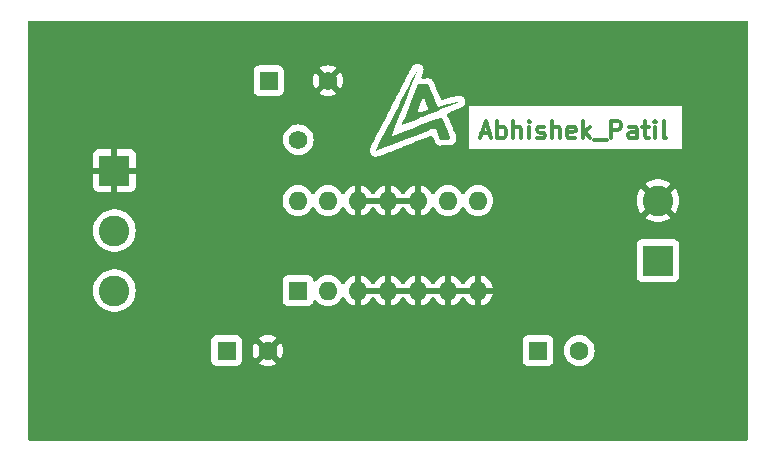
<source format=gbr>
%TF.GenerationSoftware,KiCad,Pcbnew,7.0.2*%
%TF.CreationDate,2023-06-07T14:44:28+05:30*%
%TF.ProjectId,Expt. No.9,45787074-2e20-44e6-9f2e-392e6b696361,rev?*%
%TF.SameCoordinates,Original*%
%TF.FileFunction,Copper,L1,Top*%
%TF.FilePolarity,Positive*%
%FSLAX46Y46*%
G04 Gerber Fmt 4.6, Leading zero omitted, Abs format (unit mm)*
G04 Created by KiCad (PCBNEW 7.0.2) date 2023-06-07 14:44:28*
%MOMM*%
%LPD*%
G01*
G04 APERTURE LIST*
%ADD10C,0.300000*%
%TA.AperFunction,NonConductor*%
%ADD11C,0.300000*%
%TD*%
%TA.AperFunction,ComponentPad*%
%ADD12R,1.600000X1.600000*%
%TD*%
%TA.AperFunction,ComponentPad*%
%ADD13C,1.600000*%
%TD*%
%TA.AperFunction,ComponentPad*%
%ADD14R,2.600000X2.600000*%
%TD*%
%TA.AperFunction,ComponentPad*%
%ADD15C,2.600000*%
%TD*%
%TA.AperFunction,ComponentPad*%
%ADD16R,1.560000X1.560000*%
%TD*%
%TA.AperFunction,ComponentPad*%
%ADD17C,1.560000*%
%TD*%
%TA.AperFunction,ComponentPad*%
%ADD18O,1.600000X1.600000*%
%TD*%
G04 APERTURE END LIST*
D10*
D11*
X139985714Y-75587857D02*
X140700000Y-75587857D01*
X139842857Y-76016428D02*
X140342857Y-74516428D01*
X140342857Y-74516428D02*
X140842857Y-76016428D01*
X141342856Y-76016428D02*
X141342856Y-74516428D01*
X141342856Y-75087857D02*
X141485714Y-75016428D01*
X141485714Y-75016428D02*
X141771428Y-75016428D01*
X141771428Y-75016428D02*
X141914285Y-75087857D01*
X141914285Y-75087857D02*
X141985714Y-75159285D01*
X141985714Y-75159285D02*
X142057142Y-75302142D01*
X142057142Y-75302142D02*
X142057142Y-75730714D01*
X142057142Y-75730714D02*
X141985714Y-75873571D01*
X141985714Y-75873571D02*
X141914285Y-75945000D01*
X141914285Y-75945000D02*
X141771428Y-76016428D01*
X141771428Y-76016428D02*
X141485714Y-76016428D01*
X141485714Y-76016428D02*
X141342856Y-75945000D01*
X142699999Y-76016428D02*
X142699999Y-74516428D01*
X143342857Y-76016428D02*
X143342857Y-75230714D01*
X143342857Y-75230714D02*
X143271428Y-75087857D01*
X143271428Y-75087857D02*
X143128571Y-75016428D01*
X143128571Y-75016428D02*
X142914285Y-75016428D01*
X142914285Y-75016428D02*
X142771428Y-75087857D01*
X142771428Y-75087857D02*
X142699999Y-75159285D01*
X144057142Y-76016428D02*
X144057142Y-75016428D01*
X144057142Y-74516428D02*
X143985714Y-74587857D01*
X143985714Y-74587857D02*
X144057142Y-74659285D01*
X144057142Y-74659285D02*
X144128571Y-74587857D01*
X144128571Y-74587857D02*
X144057142Y-74516428D01*
X144057142Y-74516428D02*
X144057142Y-74659285D01*
X144700000Y-75945000D02*
X144842857Y-76016428D01*
X144842857Y-76016428D02*
X145128571Y-76016428D01*
X145128571Y-76016428D02*
X145271428Y-75945000D01*
X145271428Y-75945000D02*
X145342857Y-75802142D01*
X145342857Y-75802142D02*
X145342857Y-75730714D01*
X145342857Y-75730714D02*
X145271428Y-75587857D01*
X145271428Y-75587857D02*
X145128571Y-75516428D01*
X145128571Y-75516428D02*
X144914286Y-75516428D01*
X144914286Y-75516428D02*
X144771428Y-75445000D01*
X144771428Y-75445000D02*
X144700000Y-75302142D01*
X144700000Y-75302142D02*
X144700000Y-75230714D01*
X144700000Y-75230714D02*
X144771428Y-75087857D01*
X144771428Y-75087857D02*
X144914286Y-75016428D01*
X144914286Y-75016428D02*
X145128571Y-75016428D01*
X145128571Y-75016428D02*
X145271428Y-75087857D01*
X145985714Y-76016428D02*
X145985714Y-74516428D01*
X146628572Y-76016428D02*
X146628572Y-75230714D01*
X146628572Y-75230714D02*
X146557143Y-75087857D01*
X146557143Y-75087857D02*
X146414286Y-75016428D01*
X146414286Y-75016428D02*
X146200000Y-75016428D01*
X146200000Y-75016428D02*
X146057143Y-75087857D01*
X146057143Y-75087857D02*
X145985714Y-75159285D01*
X147914286Y-75945000D02*
X147771429Y-76016428D01*
X147771429Y-76016428D02*
X147485715Y-76016428D01*
X147485715Y-76016428D02*
X147342857Y-75945000D01*
X147342857Y-75945000D02*
X147271429Y-75802142D01*
X147271429Y-75802142D02*
X147271429Y-75230714D01*
X147271429Y-75230714D02*
X147342857Y-75087857D01*
X147342857Y-75087857D02*
X147485715Y-75016428D01*
X147485715Y-75016428D02*
X147771429Y-75016428D01*
X147771429Y-75016428D02*
X147914286Y-75087857D01*
X147914286Y-75087857D02*
X147985715Y-75230714D01*
X147985715Y-75230714D02*
X147985715Y-75373571D01*
X147985715Y-75373571D02*
X147271429Y-75516428D01*
X148628571Y-76016428D02*
X148628571Y-74516428D01*
X148771429Y-75445000D02*
X149200000Y-76016428D01*
X149200000Y-75016428D02*
X148628571Y-75587857D01*
X149485715Y-76159285D02*
X150628572Y-76159285D01*
X150985714Y-76016428D02*
X150985714Y-74516428D01*
X150985714Y-74516428D02*
X151557143Y-74516428D01*
X151557143Y-74516428D02*
X151700000Y-74587857D01*
X151700000Y-74587857D02*
X151771429Y-74659285D01*
X151771429Y-74659285D02*
X151842857Y-74802142D01*
X151842857Y-74802142D02*
X151842857Y-75016428D01*
X151842857Y-75016428D02*
X151771429Y-75159285D01*
X151771429Y-75159285D02*
X151700000Y-75230714D01*
X151700000Y-75230714D02*
X151557143Y-75302142D01*
X151557143Y-75302142D02*
X150985714Y-75302142D01*
X153128572Y-76016428D02*
X153128572Y-75230714D01*
X153128572Y-75230714D02*
X153057143Y-75087857D01*
X153057143Y-75087857D02*
X152914286Y-75016428D01*
X152914286Y-75016428D02*
X152628572Y-75016428D01*
X152628572Y-75016428D02*
X152485714Y-75087857D01*
X153128572Y-75945000D02*
X152985714Y-76016428D01*
X152985714Y-76016428D02*
X152628572Y-76016428D01*
X152628572Y-76016428D02*
X152485714Y-75945000D01*
X152485714Y-75945000D02*
X152414286Y-75802142D01*
X152414286Y-75802142D02*
X152414286Y-75659285D01*
X152414286Y-75659285D02*
X152485714Y-75516428D01*
X152485714Y-75516428D02*
X152628572Y-75445000D01*
X152628572Y-75445000D02*
X152985714Y-75445000D01*
X152985714Y-75445000D02*
X153128572Y-75373571D01*
X153628572Y-75016428D02*
X154200000Y-75016428D01*
X153842857Y-74516428D02*
X153842857Y-75802142D01*
X153842857Y-75802142D02*
X153914286Y-75945000D01*
X153914286Y-75945000D02*
X154057143Y-76016428D01*
X154057143Y-76016428D02*
X154200000Y-76016428D01*
X154700000Y-76016428D02*
X154700000Y-75016428D01*
X154700000Y-74516428D02*
X154628572Y-74587857D01*
X154628572Y-74587857D02*
X154700000Y-74659285D01*
X154700000Y-74659285D02*
X154771429Y-74587857D01*
X154771429Y-74587857D02*
X154700000Y-74516428D01*
X154700000Y-74516428D02*
X154700000Y-74659285D01*
X155628572Y-76016428D02*
X155485715Y-75945000D01*
X155485715Y-75945000D02*
X155414286Y-75802142D01*
X155414286Y-75802142D02*
X155414286Y-74516428D01*
%TA.AperFunction,EtchedComponent*%
%TO.C,G\u002A\u002A\u002A*%
G36*
X135898155Y-72374174D02*
G01*
X136050551Y-72724259D01*
X136179538Y-73018542D01*
X136272820Y-73229112D01*
X136318096Y-73328059D01*
X136320071Y-73331678D01*
X136395389Y-73323603D01*
X136587240Y-73281286D01*
X136867007Y-73211544D01*
X137206074Y-73121195D01*
X137222623Y-73116656D01*
X137564266Y-73025182D01*
X137848418Y-72953532D01*
X138046270Y-72908656D01*
X138129013Y-72897502D01*
X138129553Y-72897889D01*
X138073085Y-72933432D01*
X137902498Y-73012100D01*
X137644616Y-73122058D01*
X137344314Y-73244280D01*
X137028423Y-73371187D01*
X136607070Y-73541742D01*
X136114749Y-73741913D01*
X135585955Y-73957666D01*
X135055182Y-74174970D01*
X134901805Y-74237921D01*
X134440692Y-74425216D01*
X134029949Y-74588071D01*
X133688911Y-74719146D01*
X133436915Y-74811104D01*
X133293299Y-74856606D01*
X133267165Y-74858265D01*
X133295893Y-74774231D01*
X133376568Y-74566231D01*
X133500773Y-74255233D01*
X133660093Y-73862201D01*
X133692089Y-73784094D01*
X134599224Y-73784094D01*
X134679924Y-73806990D01*
X134864508Y-73768282D01*
X135121075Y-73692298D01*
X135358875Y-73602865D01*
X135484446Y-73518570D01*
X135496231Y-73474697D01*
X135334286Y-73071313D01*
X135218611Y-72796766D01*
X135140772Y-72632489D01*
X135092333Y-72559921D01*
X135077078Y-72552211D01*
X135023696Y-72619108D01*
X134945014Y-72788337D01*
X134906568Y-72888504D01*
X134798049Y-73179399D01*
X134684626Y-73470261D01*
X134663906Y-73521526D01*
X134601015Y-73691603D01*
X134599224Y-73784094D01*
X133692089Y-73784094D01*
X133846112Y-73408104D01*
X133962284Y-73126548D01*
X134657574Y-71445745D01*
X135076118Y-71445084D01*
X135494662Y-71444423D01*
X135898155Y-72374174D01*
G37*
%TD.AperFunction*%
%TA.AperFunction,EtchedComponent*%
G36*
X134595451Y-70201605D02*
G01*
X134578839Y-70257444D01*
X134540253Y-70364918D01*
X134474860Y-70536621D01*
X134377823Y-70785150D01*
X134244307Y-71123100D01*
X134069477Y-71563066D01*
X133848497Y-72117644D01*
X133576533Y-72799428D01*
X133424538Y-73180384D01*
X133183610Y-73786236D01*
X132963139Y-74344480D01*
X132769476Y-74838741D01*
X132608969Y-75252644D01*
X132487971Y-75569812D01*
X132412831Y-75773872D01*
X132389870Y-75848420D01*
X132462586Y-75826936D01*
X132658021Y-75755425D01*
X132958623Y-75640681D01*
X133346839Y-75489499D01*
X133805115Y-75308676D01*
X134315898Y-75105006D01*
X134472950Y-75041992D01*
X134998369Y-74832533D01*
X135478933Y-74644114D01*
X135896586Y-74483564D01*
X136233274Y-74357708D01*
X136470943Y-74273376D01*
X136591536Y-74237396D01*
X136601855Y-74236913D01*
X136652700Y-74312417D01*
X136747242Y-74499259D01*
X136870345Y-74763150D01*
X137006873Y-75069801D01*
X137141689Y-75384923D01*
X137259656Y-75674229D01*
X137345638Y-75903430D01*
X137368775Y-75974197D01*
X137374453Y-76051761D01*
X137311686Y-76093750D01*
X137150136Y-76110576D01*
X136964473Y-76112959D01*
X136518344Y-76112959D01*
X136322799Y-75638193D01*
X136212207Y-75395617D01*
X136113796Y-75224497D01*
X136051674Y-75163426D01*
X135948206Y-75189817D01*
X135746729Y-75259292D01*
X135489208Y-75357302D01*
X135467130Y-75366064D01*
X135059833Y-75527298D01*
X134595444Y-75709586D01*
X134093438Y-75905437D01*
X133573290Y-76107361D01*
X133054475Y-76307870D01*
X132556469Y-76499472D01*
X132098748Y-76674678D01*
X131700786Y-76825997D01*
X131382059Y-76945940D01*
X131162043Y-77027017D01*
X131060212Y-77061738D01*
X131056106Y-77062492D01*
X131054432Y-77003686D01*
X131118754Y-76857329D01*
X131147253Y-76805327D01*
X131212896Y-76683189D01*
X131341735Y-76437181D01*
X131525768Y-76082803D01*
X131756989Y-75635553D01*
X132027397Y-75110932D01*
X132328986Y-74524440D01*
X132653753Y-73891577D01*
X132894007Y-73422616D01*
X133226620Y-72774075D01*
X133538816Y-72167554D01*
X133823094Y-71617468D01*
X134071953Y-71138228D01*
X134277892Y-70744247D01*
X134433411Y-70449938D01*
X134531008Y-70269714D01*
X134561802Y-70217944D01*
X134582097Y-70194450D01*
X134594925Y-70184806D01*
X134595451Y-70201605D01*
G37*
%TD.AperFunction*%
%TD*%
D12*
%TO.P,C1,1*%
%TO.N,Net-(J1-Pin_3)*%
X118420000Y-93980000D03*
D13*
%TO.P,C1,2*%
%TO.N,GND*%
X121920000Y-93980000D03*
%TD*%
D14*
%TO.P,J1,1,Pin_1*%
%TO.N,GND*%
X108920000Y-78740000D03*
D15*
%TO.P,J1,2,Pin_2*%
%TO.N,Net-(J1-Pin_2)*%
X108920000Y-83820000D03*
%TO.P,J1,3,Pin_3*%
%TO.N,Net-(J1-Pin_3)*%
X108920000Y-88900000D03*
%TD*%
D16*
%TO.P,RV1,1,1*%
%TO.N,Net-(J1-Pin_2)*%
X122000000Y-71120000D03*
D17*
%TO.P,RV1,2,2*%
%TO.N,Net-(U1-+)*%
X124500000Y-76120000D03*
%TO.P,RV1,3,3*%
%TO.N,GND*%
X127000000Y-71120000D03*
%TD*%
D12*
%TO.P,U1,1,BYPASS*%
%TO.N,unconnected-(U1-BYPASS-Pad1)*%
X124460000Y-88900000D03*
D18*
%TO.P,U1,2,+*%
%TO.N,Net-(U1-+)*%
X127000000Y-88900000D03*
%TO.P,U1,3,GND*%
%TO.N,GND*%
X129540000Y-88900000D03*
%TO.P,U1,4,GND*%
X132080000Y-88900000D03*
%TO.P,U1,5,GND*%
X134620000Y-88900000D03*
%TO.P,U1,6,-*%
X137160000Y-88900000D03*
%TO.P,U1,7,GND*%
X139700000Y-88900000D03*
%TO.P,U1,8*%
%TO.N,Net-(C2-Pad1)*%
X139700000Y-81280000D03*
%TO.P,U1,9,NC*%
%TO.N,unconnected-(U1-NC-Pad9)*%
X137160000Y-81280000D03*
%TO.P,U1,10,GND*%
%TO.N,GND*%
X134620000Y-81280000D03*
%TO.P,U1,11,GND*%
X132080000Y-81280000D03*
%TO.P,U1,12,GND*%
X129540000Y-81280000D03*
%TO.P,U1,13,NC*%
%TO.N,unconnected-(U1-NC-Pad13)*%
X127000000Y-81280000D03*
%TO.P,U1,14,VS*%
%TO.N,Net-(J1-Pin_3)*%
X124460000Y-81280000D03*
%TD*%
D14*
%TO.P,J2,1,Pin_1*%
%TO.N,Net-(J2-Pin_1)*%
X154940000Y-86360000D03*
D15*
%TO.P,J2,2,Pin_2*%
%TO.N,GND*%
X154940000Y-81280000D03*
%TD*%
D12*
%TO.P,C2,1*%
%TO.N,Net-(C2-Pad1)*%
X144780000Y-93980000D03*
D13*
%TO.P,C2,2*%
%TO.N,Net-(J2-Pin_1)*%
X148280000Y-93980000D03*
%TD*%
%TA.AperFunction,Conductor*%
%TO.N,GND*%
G36*
X131752359Y-88661955D02*
G01*
X131694835Y-88774852D01*
X131675014Y-88900000D01*
X131694835Y-89025148D01*
X131752359Y-89138045D01*
X131764314Y-89150000D01*
X129855686Y-89150000D01*
X129867641Y-89138045D01*
X129925165Y-89025148D01*
X129944986Y-88900000D01*
X129925165Y-88774852D01*
X129867641Y-88661955D01*
X129855686Y-88650000D01*
X131764314Y-88650000D01*
X131752359Y-88661955D01*
G37*
%TD.AperFunction*%
%TA.AperFunction,Conductor*%
G36*
X134292359Y-88661955D02*
G01*
X134234835Y-88774852D01*
X134215014Y-88900000D01*
X134234835Y-89025148D01*
X134292359Y-89138045D01*
X134304314Y-89150000D01*
X132395686Y-89150000D01*
X132407641Y-89138045D01*
X132465165Y-89025148D01*
X132484986Y-88900000D01*
X132465165Y-88774852D01*
X132407641Y-88661955D01*
X132395686Y-88650000D01*
X134304314Y-88650000D01*
X134292359Y-88661955D01*
G37*
%TD.AperFunction*%
%TA.AperFunction,Conductor*%
G36*
X136832359Y-88661955D02*
G01*
X136774835Y-88774852D01*
X136755014Y-88900000D01*
X136774835Y-89025148D01*
X136832359Y-89138045D01*
X136844314Y-89150000D01*
X134935686Y-89150000D01*
X134947641Y-89138045D01*
X135005165Y-89025148D01*
X135024986Y-88900000D01*
X135005165Y-88774852D01*
X134947641Y-88661955D01*
X134935686Y-88650000D01*
X136844314Y-88650000D01*
X136832359Y-88661955D01*
G37*
%TD.AperFunction*%
%TA.AperFunction,Conductor*%
G36*
X139372359Y-88661955D02*
G01*
X139314835Y-88774852D01*
X139295014Y-88900000D01*
X139314835Y-89025148D01*
X139372359Y-89138045D01*
X139384314Y-89150000D01*
X137475686Y-89150000D01*
X137487641Y-89138045D01*
X137545165Y-89025148D01*
X137564986Y-88900000D01*
X137545165Y-88774852D01*
X137487641Y-88661955D01*
X137475686Y-88650000D01*
X139384314Y-88650000D01*
X139372359Y-88661955D01*
G37*
%TD.AperFunction*%
%TA.AperFunction,Conductor*%
G36*
X131752359Y-81041955D02*
G01*
X131694835Y-81154852D01*
X131675014Y-81280000D01*
X131694835Y-81405148D01*
X131752359Y-81518045D01*
X131764314Y-81530000D01*
X129855686Y-81530000D01*
X129867641Y-81518045D01*
X129925165Y-81405148D01*
X129944986Y-81280000D01*
X129925165Y-81154852D01*
X129867641Y-81041955D01*
X129855686Y-81030000D01*
X131764314Y-81030000D01*
X131752359Y-81041955D01*
G37*
%TD.AperFunction*%
%TA.AperFunction,Conductor*%
G36*
X134292359Y-81041955D02*
G01*
X134234835Y-81154852D01*
X134215014Y-81280000D01*
X134234835Y-81405148D01*
X134292359Y-81518045D01*
X134304314Y-81530000D01*
X132395686Y-81530000D01*
X132407641Y-81518045D01*
X132465165Y-81405148D01*
X132484986Y-81280000D01*
X132465165Y-81154852D01*
X132407641Y-81041955D01*
X132395686Y-81030000D01*
X134304314Y-81030000D01*
X134292359Y-81041955D01*
G37*
%TD.AperFunction*%
%TA.AperFunction,Conductor*%
G36*
X162502539Y-66060185D02*
G01*
X162548294Y-66112989D01*
X162559500Y-66164500D01*
X162559500Y-101475500D01*
X162539815Y-101542539D01*
X162487011Y-101588294D01*
X162435500Y-101599500D01*
X101724500Y-101599500D01*
X101657461Y-101579815D01*
X101611706Y-101527011D01*
X101600500Y-101475500D01*
X101600500Y-94824578D01*
X117119500Y-94824578D01*
X117119501Y-94827872D01*
X117125909Y-94887483D01*
X117176204Y-95022331D01*
X117262454Y-95137546D01*
X117377669Y-95223796D01*
X117512517Y-95274091D01*
X117572127Y-95280500D01*
X119267872Y-95280499D01*
X119327483Y-95274091D01*
X119462331Y-95223796D01*
X119577546Y-95137546D01*
X119663796Y-95022331D01*
X119714091Y-94887483D01*
X119720500Y-94827873D01*
X119720499Y-93980000D01*
X120615033Y-93980000D01*
X120634858Y-94206602D01*
X120693733Y-94426326D01*
X120789866Y-94632484D01*
X120840972Y-94705471D01*
X120840974Y-94705472D01*
X121522046Y-94024399D01*
X121534835Y-94105148D01*
X121592359Y-94218045D01*
X121681955Y-94307641D01*
X121794852Y-94365165D01*
X121875599Y-94377953D01*
X121194526Y-95059025D01*
X121194526Y-95059026D01*
X121267515Y-95110133D01*
X121473673Y-95206266D01*
X121693397Y-95265141D01*
X121920000Y-95284966D01*
X122146602Y-95265141D01*
X122366326Y-95206266D01*
X122572480Y-95110134D01*
X122645472Y-95059025D01*
X122411025Y-94824578D01*
X143479500Y-94824578D01*
X143479501Y-94827872D01*
X143485909Y-94887483D01*
X143536204Y-95022331D01*
X143622454Y-95137546D01*
X143737669Y-95223796D01*
X143872517Y-95274091D01*
X143932127Y-95280500D01*
X145627872Y-95280499D01*
X145687483Y-95274091D01*
X145822331Y-95223796D01*
X145937546Y-95137546D01*
X146023796Y-95022331D01*
X146074091Y-94887483D01*
X146080500Y-94827873D01*
X146080499Y-93980000D01*
X146974531Y-93980000D01*
X146994364Y-94206689D01*
X147053261Y-94426497D01*
X147149432Y-94632735D01*
X147279953Y-94819140D01*
X147440859Y-94980046D01*
X147627264Y-95110567D01*
X147627265Y-95110567D01*
X147627266Y-95110568D01*
X147833504Y-95206739D01*
X148053308Y-95265635D01*
X148280000Y-95285468D01*
X148506692Y-95265635D01*
X148726496Y-95206739D01*
X148932734Y-95110568D01*
X149119139Y-94980047D01*
X149280047Y-94819139D01*
X149410568Y-94632734D01*
X149506739Y-94426496D01*
X149565635Y-94206692D01*
X149585468Y-93980000D01*
X149565635Y-93753308D01*
X149506739Y-93533504D01*
X149410568Y-93327266D01*
X149359636Y-93254526D01*
X149280046Y-93140859D01*
X149119140Y-92979953D01*
X148932735Y-92849432D01*
X148726497Y-92753261D01*
X148506689Y-92694364D01*
X148280000Y-92674531D01*
X148053310Y-92694364D01*
X147833502Y-92753261D01*
X147627264Y-92849432D01*
X147440859Y-92979953D01*
X147279953Y-93140859D01*
X147149432Y-93327264D01*
X147053261Y-93533502D01*
X146994364Y-93753310D01*
X146974531Y-93980000D01*
X146080499Y-93980000D01*
X146080499Y-93132128D01*
X146074091Y-93072517D01*
X146023796Y-92937669D01*
X145937546Y-92822454D01*
X145822331Y-92736204D01*
X145687483Y-92685909D01*
X145627873Y-92679500D01*
X145624550Y-92679500D01*
X143935439Y-92679500D01*
X143935420Y-92679500D01*
X143932128Y-92679501D01*
X143928848Y-92679853D01*
X143928840Y-92679854D01*
X143872515Y-92685909D01*
X143737669Y-92736204D01*
X143622454Y-92822454D01*
X143536204Y-92937668D01*
X143485910Y-93072515D01*
X143485909Y-93072517D01*
X143479500Y-93132127D01*
X143479500Y-93135448D01*
X143479500Y-93135449D01*
X143479500Y-94824560D01*
X143479500Y-94824578D01*
X122411025Y-94824578D01*
X121964401Y-94377953D01*
X122045148Y-94365165D01*
X122158045Y-94307641D01*
X122247641Y-94218045D01*
X122305165Y-94105148D01*
X122317953Y-94024400D01*
X122999025Y-94705472D01*
X123050134Y-94632480D01*
X123146266Y-94426326D01*
X123205141Y-94206602D01*
X123224966Y-93980000D01*
X123205141Y-93753397D01*
X123146266Y-93533673D01*
X123050133Y-93327515D01*
X122999025Y-93254526D01*
X122317953Y-93935598D01*
X122305165Y-93854852D01*
X122247641Y-93741955D01*
X122158045Y-93652359D01*
X122045148Y-93594835D01*
X121964400Y-93582046D01*
X122645472Y-92900974D01*
X122645471Y-92900972D01*
X122572484Y-92849866D01*
X122366326Y-92753733D01*
X122146602Y-92694858D01*
X121920000Y-92675033D01*
X121693397Y-92694858D01*
X121473672Y-92753733D01*
X121267516Y-92849865D01*
X121194527Y-92900973D01*
X121194526Y-92900973D01*
X121875600Y-93582046D01*
X121794852Y-93594835D01*
X121681955Y-93652359D01*
X121592359Y-93741955D01*
X121534835Y-93854852D01*
X121522046Y-93935599D01*
X120840973Y-93254526D01*
X120840973Y-93254527D01*
X120789865Y-93327516D01*
X120693733Y-93533672D01*
X120634858Y-93753397D01*
X120615033Y-93980000D01*
X119720499Y-93980000D01*
X119720499Y-93132128D01*
X119714091Y-93072517D01*
X119663796Y-92937669D01*
X119577546Y-92822454D01*
X119462331Y-92736204D01*
X119327483Y-92685909D01*
X119267873Y-92679500D01*
X119264550Y-92679500D01*
X117575439Y-92679500D01*
X117575420Y-92679500D01*
X117572128Y-92679501D01*
X117568848Y-92679853D01*
X117568840Y-92679854D01*
X117512515Y-92685909D01*
X117377669Y-92736204D01*
X117262454Y-92822454D01*
X117176204Y-92937668D01*
X117125910Y-93072515D01*
X117125909Y-93072517D01*
X117119500Y-93132127D01*
X117119500Y-93135448D01*
X117119500Y-93135449D01*
X117119500Y-94824560D01*
X117119500Y-94824578D01*
X101600500Y-94824578D01*
X101600500Y-88899999D01*
X107114450Y-88899999D01*
X107134616Y-89169100D01*
X107134617Y-89169103D01*
X107194666Y-89432195D01*
X107293257Y-89683398D01*
X107428185Y-89917102D01*
X107596439Y-90128085D01*
X107794259Y-90311635D01*
X108017226Y-90463651D01*
X108260359Y-90580738D01*
X108518228Y-90660280D01*
X108785071Y-90700500D01*
X109054929Y-90700500D01*
X109321772Y-90660280D01*
X109579641Y-90580738D01*
X109822775Y-90463651D01*
X110045741Y-90311635D01*
X110243561Y-90128085D01*
X110411815Y-89917102D01*
X110511421Y-89744578D01*
X123159500Y-89744578D01*
X123159501Y-89747872D01*
X123159853Y-89751152D01*
X123159854Y-89751159D01*
X123165909Y-89807483D01*
X123216204Y-89942331D01*
X123302454Y-90057546D01*
X123417669Y-90143796D01*
X123552517Y-90194091D01*
X123612127Y-90200500D01*
X125307872Y-90200499D01*
X125367483Y-90194091D01*
X125502331Y-90143796D01*
X125617546Y-90057546D01*
X125703796Y-89942331D01*
X125754091Y-89807483D01*
X125757862Y-89772404D01*
X125784598Y-89707856D01*
X125841989Y-89668006D01*
X125911814Y-89665511D01*
X125971904Y-89701162D01*
X125982726Y-89714537D01*
X125999953Y-89739140D01*
X126160859Y-89900046D01*
X126347264Y-90030567D01*
X126347265Y-90030567D01*
X126347266Y-90030568D01*
X126553504Y-90126739D01*
X126773308Y-90185635D01*
X126924436Y-90198856D01*
X126999999Y-90205468D01*
X126999999Y-90205467D01*
X127000000Y-90205468D01*
X127226692Y-90185635D01*
X127446496Y-90126739D01*
X127652734Y-90030568D01*
X127839139Y-89900047D01*
X128000047Y-89739139D01*
X128130568Y-89552734D01*
X128157893Y-89494134D01*
X128204065Y-89441695D01*
X128271258Y-89422543D01*
X128338139Y-89442758D01*
X128382657Y-89494133D01*
X128409866Y-89552482D01*
X128540341Y-89738819D01*
X128701180Y-89899658D01*
X128887519Y-90030134D01*
X129093673Y-90126266D01*
X129289999Y-90178871D01*
X129290000Y-90178871D01*
X129290000Y-89215686D01*
X129301955Y-89227641D01*
X129414852Y-89285165D01*
X129508519Y-89300000D01*
X129571481Y-89300000D01*
X129665148Y-89285165D01*
X129778045Y-89227641D01*
X129789999Y-89215686D01*
X129790000Y-90178871D01*
X129986326Y-90126266D01*
X130192480Y-90030134D01*
X130378819Y-89899658D01*
X130539658Y-89738819D01*
X130670133Y-89552481D01*
X130697616Y-89493544D01*
X130743787Y-89441104D01*
X130810981Y-89421951D01*
X130877862Y-89442166D01*
X130922381Y-89493541D01*
X130949866Y-89552482D01*
X131080341Y-89738819D01*
X131241180Y-89899658D01*
X131427519Y-90030134D01*
X131633673Y-90126266D01*
X131829999Y-90178871D01*
X131830000Y-90178871D01*
X131830000Y-89215686D01*
X131841955Y-89227641D01*
X131954852Y-89285165D01*
X132048519Y-89300000D01*
X132111481Y-89300000D01*
X132205148Y-89285165D01*
X132318045Y-89227641D01*
X132330000Y-89215686D01*
X132330000Y-90178871D01*
X132526326Y-90126266D01*
X132732480Y-90030134D01*
X132918819Y-89899658D01*
X133079658Y-89738819D01*
X133210135Y-89552479D01*
X133237618Y-89493543D01*
X133283790Y-89441103D01*
X133350983Y-89421951D01*
X133417864Y-89442166D01*
X133462382Y-89493543D01*
X133489864Y-89552479D01*
X133620341Y-89738819D01*
X133781180Y-89899658D01*
X133967519Y-90030134D01*
X134173673Y-90126266D01*
X134369999Y-90178871D01*
X134370000Y-90178871D01*
X134370000Y-89215686D01*
X134381955Y-89227641D01*
X134494852Y-89285165D01*
X134588519Y-89300000D01*
X134651481Y-89300000D01*
X134745148Y-89285165D01*
X134858045Y-89227641D01*
X134870000Y-89215686D01*
X134870000Y-90178871D01*
X135066326Y-90126266D01*
X135272480Y-90030134D01*
X135458819Y-89899658D01*
X135619658Y-89738819D01*
X135750135Y-89552479D01*
X135777618Y-89493543D01*
X135823790Y-89441103D01*
X135890983Y-89421951D01*
X135957864Y-89442166D01*
X136002382Y-89493543D01*
X136029864Y-89552479D01*
X136160341Y-89738819D01*
X136321180Y-89899658D01*
X136507519Y-90030134D01*
X136713673Y-90126266D01*
X136909999Y-90178871D01*
X136910000Y-90178871D01*
X136910000Y-89215686D01*
X136921955Y-89227641D01*
X137034852Y-89285165D01*
X137128519Y-89300000D01*
X137191481Y-89300000D01*
X137285148Y-89285165D01*
X137398045Y-89227641D01*
X137410000Y-89215685D01*
X137410000Y-90178871D01*
X137606326Y-90126266D01*
X137812480Y-90030134D01*
X137998819Y-89899658D01*
X138159658Y-89738819D01*
X138290135Y-89552479D01*
X138317618Y-89493543D01*
X138363790Y-89441103D01*
X138430983Y-89421951D01*
X138497864Y-89442166D01*
X138542382Y-89493543D01*
X138569864Y-89552479D01*
X138700341Y-89738819D01*
X138861180Y-89899658D01*
X139047519Y-90030134D01*
X139253673Y-90126266D01*
X139449999Y-90178871D01*
X139450000Y-90178871D01*
X139450000Y-89215686D01*
X139461955Y-89227641D01*
X139574852Y-89285165D01*
X139668519Y-89300000D01*
X139731481Y-89300000D01*
X139825148Y-89285165D01*
X139938045Y-89227641D01*
X139950000Y-89215686D01*
X139950000Y-90178871D01*
X140146326Y-90126266D01*
X140352480Y-90030134D01*
X140538819Y-89899658D01*
X140699658Y-89738819D01*
X140830134Y-89552480D01*
X140926266Y-89346326D01*
X140978872Y-89150000D01*
X140015686Y-89150000D01*
X140027641Y-89138045D01*
X140085165Y-89025148D01*
X140104986Y-88900000D01*
X140085165Y-88774852D01*
X140027641Y-88661955D01*
X140015686Y-88650000D01*
X140978872Y-88650000D01*
X140978871Y-88649999D01*
X140926266Y-88453673D01*
X140830134Y-88247519D01*
X140699658Y-88061180D01*
X140538819Y-87900341D01*
X140352480Y-87769865D01*
X140212473Y-87704578D01*
X153139500Y-87704578D01*
X153139501Y-87707872D01*
X153145909Y-87767483D01*
X153196204Y-87902331D01*
X153282454Y-88017546D01*
X153397669Y-88103796D01*
X153532517Y-88154091D01*
X153592127Y-88160500D01*
X156287872Y-88160499D01*
X156347483Y-88154091D01*
X156482331Y-88103796D01*
X156597546Y-88017546D01*
X156683796Y-87902331D01*
X156734091Y-87767483D01*
X156740500Y-87707873D01*
X156740499Y-85012128D01*
X156734091Y-84952517D01*
X156683796Y-84817669D01*
X156597546Y-84702454D01*
X156482331Y-84616204D01*
X156347483Y-84565909D01*
X156287873Y-84559500D01*
X156284550Y-84559500D01*
X153595439Y-84559500D01*
X153595420Y-84559500D01*
X153592128Y-84559501D01*
X153588848Y-84559853D01*
X153588840Y-84559854D01*
X153532515Y-84565909D01*
X153397669Y-84616204D01*
X153282454Y-84702454D01*
X153196204Y-84817668D01*
X153145910Y-84952515D01*
X153145909Y-84952517D01*
X153139500Y-85012127D01*
X153139500Y-85015448D01*
X153139500Y-85015449D01*
X153139500Y-87704560D01*
X153139500Y-87704578D01*
X140212473Y-87704578D01*
X140146326Y-87673733D01*
X139950000Y-87621126D01*
X139950000Y-88584314D01*
X139938045Y-88572359D01*
X139825148Y-88514835D01*
X139731481Y-88500000D01*
X139668519Y-88500000D01*
X139574852Y-88514835D01*
X139461955Y-88572359D01*
X139450000Y-88584313D01*
X139450000Y-87621126D01*
X139449999Y-87621126D01*
X139253673Y-87673733D01*
X139047519Y-87769865D01*
X138861180Y-87900341D01*
X138700341Y-88061180D01*
X138569865Y-88247519D01*
X138542382Y-88306456D01*
X138496209Y-88358895D01*
X138429015Y-88378047D01*
X138362134Y-88357831D01*
X138317618Y-88306456D01*
X138290134Y-88247519D01*
X138159658Y-88061180D01*
X137998819Y-87900341D01*
X137812480Y-87769865D01*
X137606326Y-87673733D01*
X137410000Y-87621126D01*
X137410000Y-88584314D01*
X137398045Y-88572359D01*
X137285148Y-88514835D01*
X137191481Y-88500000D01*
X137128519Y-88500000D01*
X137034852Y-88514835D01*
X136921955Y-88572359D01*
X136910000Y-88584313D01*
X136910000Y-87621126D01*
X136909999Y-87621126D01*
X136713673Y-87673733D01*
X136507519Y-87769865D01*
X136321180Y-87900341D01*
X136160341Y-88061180D01*
X136029865Y-88247519D01*
X136002382Y-88306456D01*
X135956209Y-88358895D01*
X135889015Y-88378047D01*
X135822134Y-88357831D01*
X135777618Y-88306456D01*
X135750134Y-88247519D01*
X135619658Y-88061180D01*
X135458819Y-87900341D01*
X135272480Y-87769865D01*
X135066326Y-87673733D01*
X134870000Y-87621126D01*
X134870000Y-88584313D01*
X134858045Y-88572359D01*
X134745148Y-88514835D01*
X134651481Y-88500000D01*
X134588519Y-88500000D01*
X134494852Y-88514835D01*
X134381955Y-88572359D01*
X134370000Y-88584314D01*
X134370000Y-87621127D01*
X134369999Y-87621126D01*
X134173673Y-87673733D01*
X133967519Y-87769865D01*
X133781180Y-87900341D01*
X133620341Y-88061180D01*
X133489865Y-88247519D01*
X133462382Y-88306456D01*
X133416209Y-88358895D01*
X133349015Y-88378047D01*
X133282134Y-88357831D01*
X133237618Y-88306456D01*
X133210134Y-88247519D01*
X133079658Y-88061180D01*
X132918819Y-87900341D01*
X132732480Y-87769865D01*
X132526326Y-87673733D01*
X132330000Y-87621126D01*
X132330000Y-88584314D01*
X132318045Y-88572359D01*
X132205148Y-88514835D01*
X132111481Y-88500000D01*
X132048519Y-88500000D01*
X131954852Y-88514835D01*
X131841955Y-88572359D01*
X131829999Y-88584314D01*
X131830000Y-87621127D01*
X131829999Y-87621126D01*
X131633673Y-87673733D01*
X131427519Y-87769865D01*
X131241180Y-87900341D01*
X131080341Y-88061180D01*
X130949865Y-88247519D01*
X130922382Y-88306456D01*
X130876209Y-88358895D01*
X130809015Y-88378047D01*
X130742134Y-88357831D01*
X130697618Y-88306456D01*
X130670134Y-88247519D01*
X130539658Y-88061180D01*
X130378819Y-87900341D01*
X130192480Y-87769865D01*
X129986326Y-87673733D01*
X129790000Y-87621126D01*
X129790000Y-88584314D01*
X129778045Y-88572359D01*
X129665148Y-88514835D01*
X129571481Y-88500000D01*
X129508519Y-88500000D01*
X129414852Y-88514835D01*
X129301955Y-88572359D01*
X129290000Y-88584314D01*
X129290000Y-87621127D01*
X129289999Y-87621126D01*
X129093673Y-87673733D01*
X128887519Y-87769865D01*
X128701180Y-87900341D01*
X128540341Y-88061180D01*
X128409863Y-88247522D01*
X128382656Y-88305866D01*
X128336483Y-88358305D01*
X128269290Y-88377456D01*
X128202409Y-88357239D01*
X128157893Y-88305865D01*
X128130567Y-88247264D01*
X128000046Y-88060859D01*
X127839140Y-87899953D01*
X127652735Y-87769432D01*
X127446497Y-87673261D01*
X127226689Y-87614364D01*
X126999999Y-87594531D01*
X126773310Y-87614364D01*
X126553502Y-87673261D01*
X126347264Y-87769432D01*
X126160859Y-87899953D01*
X125999951Y-88060861D01*
X125982725Y-88085463D01*
X125928148Y-88129088D01*
X125858649Y-88136280D01*
X125796295Y-88104757D01*
X125760882Y-88044527D01*
X125757861Y-88027592D01*
X125754091Y-87992517D01*
X125703796Y-87857669D01*
X125617546Y-87742454D01*
X125502331Y-87656204D01*
X125367483Y-87605909D01*
X125307873Y-87599500D01*
X125304550Y-87599500D01*
X123615439Y-87599500D01*
X123615420Y-87599500D01*
X123612128Y-87599501D01*
X123608848Y-87599853D01*
X123608840Y-87599854D01*
X123552515Y-87605909D01*
X123417669Y-87656204D01*
X123302454Y-87742454D01*
X123216204Y-87857668D01*
X123165910Y-87992515D01*
X123165909Y-87992517D01*
X123159500Y-88052127D01*
X123159500Y-88055448D01*
X123159500Y-88055449D01*
X123159500Y-89744560D01*
X123159500Y-89744578D01*
X110511421Y-89744578D01*
X110546743Y-89683398D01*
X110645334Y-89432195D01*
X110705383Y-89169103D01*
X110725549Y-88900000D01*
X110705383Y-88630897D01*
X110645334Y-88367805D01*
X110546743Y-88116602D01*
X110411815Y-87882898D01*
X110243561Y-87671915D01*
X110188825Y-87621127D01*
X110045743Y-87488366D01*
X109988205Y-87449137D01*
X109822775Y-87336349D01*
X109579641Y-87219262D01*
X109500097Y-87194726D01*
X109321771Y-87139719D01*
X109054929Y-87099500D01*
X108785071Y-87099500D01*
X108518228Y-87139719D01*
X108260359Y-87219262D01*
X108017228Y-87336347D01*
X107794257Y-87488366D01*
X107596439Y-87671915D01*
X107428184Y-87882899D01*
X107293257Y-88116601D01*
X107194666Y-88367804D01*
X107134616Y-88630899D01*
X107114450Y-88899999D01*
X101600500Y-88899999D01*
X101600500Y-83819999D01*
X107114450Y-83819999D01*
X107134616Y-84089100D01*
X107134617Y-84089103D01*
X107194666Y-84352195D01*
X107293257Y-84603398D01*
X107428185Y-84837102D01*
X107596439Y-85048085D01*
X107794259Y-85231635D01*
X108017226Y-85383651D01*
X108260359Y-85500738D01*
X108518228Y-85580280D01*
X108785071Y-85620500D01*
X109054929Y-85620500D01*
X109321772Y-85580280D01*
X109579641Y-85500738D01*
X109822775Y-85383651D01*
X110045741Y-85231635D01*
X110243561Y-85048085D01*
X110411815Y-84837102D01*
X110546743Y-84603398D01*
X110645334Y-84352195D01*
X110705383Y-84089103D01*
X110725549Y-83820000D01*
X110705383Y-83550897D01*
X110645334Y-83287805D01*
X110546743Y-83036602D01*
X110411815Y-82802898D01*
X110243561Y-82591915D01*
X110207948Y-82558871D01*
X110045743Y-82408366D01*
X109980890Y-82364150D01*
X109822775Y-82256349D01*
X109579641Y-82139262D01*
X109500097Y-82114726D01*
X109321771Y-82059719D01*
X109054929Y-82019500D01*
X108785071Y-82019500D01*
X108518228Y-82059719D01*
X108260359Y-82139262D01*
X108017228Y-82256347D01*
X107794257Y-82408366D01*
X107596439Y-82591915D01*
X107428184Y-82802899D01*
X107293257Y-83036601D01*
X107194666Y-83287804D01*
X107134616Y-83550899D01*
X107114450Y-83819999D01*
X101600500Y-83819999D01*
X101600500Y-81280000D01*
X123154531Y-81280000D01*
X123174364Y-81506689D01*
X123233261Y-81726497D01*
X123329432Y-81932735D01*
X123459953Y-82119140D01*
X123620859Y-82280046D01*
X123807264Y-82410567D01*
X123807265Y-82410567D01*
X123807266Y-82410568D01*
X124013504Y-82506739D01*
X124233308Y-82565635D01*
X124384436Y-82578856D01*
X124459999Y-82585468D01*
X124459999Y-82585467D01*
X124460000Y-82585468D01*
X124686692Y-82565635D01*
X124906496Y-82506739D01*
X125112734Y-82410568D01*
X125299139Y-82280047D01*
X125460047Y-82119139D01*
X125590568Y-81932734D01*
X125617619Y-81874721D01*
X125663788Y-81822286D01*
X125730981Y-81803133D01*
X125797862Y-81823348D01*
X125842380Y-81874722D01*
X125869432Y-81932733D01*
X125869433Y-81932736D01*
X125999953Y-82119140D01*
X126160859Y-82280046D01*
X126347264Y-82410567D01*
X126347265Y-82410567D01*
X126347266Y-82410568D01*
X126553504Y-82506739D01*
X126773308Y-82565635D01*
X127000000Y-82585468D01*
X127226692Y-82565635D01*
X127446496Y-82506739D01*
X127652734Y-82410568D01*
X127839139Y-82280047D01*
X128000047Y-82119139D01*
X128130568Y-81932734D01*
X128157893Y-81874134D01*
X128204065Y-81821695D01*
X128271258Y-81802543D01*
X128338139Y-81822758D01*
X128382657Y-81874133D01*
X128409866Y-81932482D01*
X128540341Y-82118819D01*
X128701180Y-82279658D01*
X128887519Y-82410134D01*
X129093673Y-82506266D01*
X129289999Y-82558871D01*
X129290000Y-82558871D01*
X129290000Y-81595686D01*
X129301955Y-81607641D01*
X129414852Y-81665165D01*
X129508519Y-81680000D01*
X129571481Y-81680000D01*
X129665148Y-81665165D01*
X129778045Y-81607641D01*
X129789999Y-81595686D01*
X129790000Y-82558871D01*
X129986326Y-82506266D01*
X130192480Y-82410134D01*
X130378819Y-82279658D01*
X130539658Y-82118819D01*
X130670133Y-81932481D01*
X130697616Y-81873544D01*
X130743787Y-81821104D01*
X130810981Y-81801951D01*
X130877862Y-81822166D01*
X130922381Y-81873541D01*
X130949866Y-81932482D01*
X131080341Y-82118819D01*
X131241180Y-82279658D01*
X131427519Y-82410134D01*
X131633673Y-82506266D01*
X131829999Y-82558871D01*
X131830000Y-82558871D01*
X131830000Y-81595686D01*
X131841955Y-81607641D01*
X131954852Y-81665165D01*
X132048519Y-81680000D01*
X132111481Y-81680000D01*
X132205148Y-81665165D01*
X132318045Y-81607641D01*
X132330000Y-81595686D01*
X132330000Y-82558871D01*
X132526326Y-82506266D01*
X132732480Y-82410134D01*
X132918819Y-82279658D01*
X133079658Y-82118819D01*
X133210135Y-81932479D01*
X133237618Y-81873543D01*
X133283790Y-81821103D01*
X133350983Y-81801951D01*
X133417864Y-81822166D01*
X133462382Y-81873543D01*
X133489864Y-81932479D01*
X133620341Y-82118819D01*
X133781180Y-82279658D01*
X133967519Y-82410134D01*
X134173673Y-82506266D01*
X134369999Y-82558871D01*
X134370000Y-82558871D01*
X134370000Y-81595686D01*
X134381955Y-81607641D01*
X134494852Y-81665165D01*
X134588519Y-81680000D01*
X134651481Y-81680000D01*
X134745148Y-81665165D01*
X134858045Y-81607641D01*
X134870000Y-81595686D01*
X134870000Y-82558871D01*
X135066326Y-82506266D01*
X135272480Y-82410134D01*
X135458819Y-82279658D01*
X135619658Y-82118819D01*
X135750135Y-81932479D01*
X135777342Y-81874135D01*
X135823514Y-81821695D01*
X135890707Y-81802543D01*
X135957589Y-81822758D01*
X136002105Y-81874132D01*
X136029432Y-81932733D01*
X136029433Y-81932736D01*
X136159953Y-82119140D01*
X136320859Y-82280046D01*
X136507264Y-82410567D01*
X136507265Y-82410567D01*
X136507266Y-82410568D01*
X136713504Y-82506739D01*
X136933308Y-82565635D01*
X137160000Y-82585468D01*
X137386692Y-82565635D01*
X137606496Y-82506739D01*
X137812734Y-82410568D01*
X137999139Y-82280047D01*
X138160047Y-82119139D01*
X138290568Y-81932734D01*
X138317618Y-81874724D01*
X138363790Y-81822285D01*
X138430983Y-81803133D01*
X138497865Y-81823348D01*
X138542382Y-81874725D01*
X138569431Y-81932733D01*
X138699953Y-82119140D01*
X138860859Y-82280046D01*
X139047264Y-82410567D01*
X139047265Y-82410567D01*
X139047266Y-82410568D01*
X139253504Y-82506739D01*
X139473308Y-82565635D01*
X139700000Y-82585468D01*
X139926692Y-82565635D01*
X140146496Y-82506739D01*
X140352734Y-82410568D01*
X140539139Y-82280047D01*
X140700047Y-82119139D01*
X140830568Y-81932734D01*
X140926739Y-81726496D01*
X140985635Y-81506692D01*
X141005468Y-81280000D01*
X153134952Y-81280000D01*
X153155113Y-81549026D01*
X153215146Y-81812049D01*
X153313708Y-82063178D01*
X153448598Y-82296816D01*
X153502295Y-82364150D01*
X154337452Y-81528993D01*
X154347188Y-81558956D01*
X154435186Y-81697619D01*
X154554903Y-81810040D01*
X154689510Y-81884041D01*
X153854848Y-82718702D01*
X154037479Y-82843217D01*
X154280542Y-82960270D01*
X154538339Y-83039791D01*
X154805109Y-83080000D01*
X155074891Y-83080000D01*
X155341660Y-83039791D01*
X155599460Y-82960270D01*
X155842523Y-82843217D01*
X156025150Y-82718702D01*
X155187534Y-81881086D01*
X155255629Y-81854126D01*
X155388492Y-81757595D01*
X155493175Y-81631055D01*
X155541631Y-81528079D01*
X156377703Y-82364151D01*
X156377704Y-82364150D01*
X156431400Y-82296818D01*
X156566291Y-82063178D01*
X156664853Y-81812049D01*
X156724886Y-81549026D01*
X156745047Y-81280000D01*
X156724886Y-81010973D01*
X156664853Y-80747950D01*
X156566291Y-80496821D01*
X156431398Y-80263178D01*
X156377704Y-80195847D01*
X155542546Y-81031004D01*
X155532812Y-81001044D01*
X155444814Y-80862381D01*
X155325097Y-80749960D01*
X155190489Y-80675958D01*
X156025150Y-79841296D01*
X155842519Y-79716780D01*
X155599460Y-79599729D01*
X155341660Y-79520208D01*
X155074891Y-79480000D01*
X154805109Y-79480000D01*
X154538339Y-79520208D01*
X154280542Y-79599729D01*
X154037476Y-79716783D01*
X153854848Y-79841296D01*
X154692465Y-80678913D01*
X154624371Y-80705874D01*
X154491508Y-80802405D01*
X154386825Y-80928945D01*
X154338368Y-81031921D01*
X153502295Y-80195848D01*
X153448598Y-80263182D01*
X153313708Y-80496821D01*
X153215146Y-80747950D01*
X153155113Y-81010973D01*
X153134952Y-81280000D01*
X141005468Y-81280000D01*
X140985635Y-81053308D01*
X140926739Y-80833504D01*
X140830568Y-80627266D01*
X140769465Y-80540000D01*
X140700046Y-80440859D01*
X140539140Y-80279953D01*
X140352735Y-80149432D01*
X140146497Y-80053261D01*
X139926689Y-79994364D01*
X139700000Y-79974531D01*
X139473310Y-79994364D01*
X139253502Y-80053261D01*
X139047264Y-80149432D01*
X138860859Y-80279953D01*
X138699953Y-80440859D01*
X138569433Y-80627263D01*
X138542382Y-80685275D01*
X138496209Y-80737714D01*
X138429015Y-80756865D01*
X138362134Y-80736649D01*
X138317618Y-80685275D01*
X138299032Y-80645417D01*
X138290568Y-80627266D01*
X138229216Y-80539645D01*
X138160046Y-80440859D01*
X137999140Y-80279953D01*
X137812735Y-80149432D01*
X137606497Y-80053261D01*
X137386689Y-79994364D01*
X137159999Y-79974531D01*
X136933310Y-79994364D01*
X136713502Y-80053261D01*
X136507264Y-80149432D01*
X136320859Y-80279953D01*
X136159953Y-80440859D01*
X136029430Y-80627267D01*
X136002105Y-80685866D01*
X135955932Y-80738305D01*
X135888739Y-80757456D01*
X135821858Y-80737239D01*
X135777342Y-80685865D01*
X135750134Y-80627519D01*
X135619658Y-80441180D01*
X135458819Y-80280341D01*
X135272480Y-80149865D01*
X135066326Y-80053733D01*
X134870000Y-80001126D01*
X134870000Y-80964314D01*
X134858045Y-80952359D01*
X134745148Y-80894835D01*
X134651481Y-80880000D01*
X134588519Y-80880000D01*
X134494852Y-80894835D01*
X134381955Y-80952359D01*
X134370000Y-80964314D01*
X134370000Y-80001127D01*
X134369999Y-80001126D01*
X134173673Y-80053733D01*
X133967519Y-80149865D01*
X133781180Y-80280341D01*
X133620341Y-80441180D01*
X133489865Y-80627519D01*
X133462382Y-80686456D01*
X133416209Y-80738895D01*
X133349015Y-80758047D01*
X133282134Y-80737831D01*
X133237618Y-80686456D01*
X133210134Y-80627519D01*
X133079658Y-80441180D01*
X132918819Y-80280341D01*
X132732480Y-80149865D01*
X132526326Y-80053733D01*
X132330000Y-80001126D01*
X132330000Y-80964314D01*
X132318045Y-80952359D01*
X132205148Y-80894835D01*
X132111481Y-80880000D01*
X132048519Y-80880000D01*
X131954852Y-80894835D01*
X131841955Y-80952359D01*
X131829999Y-80964314D01*
X131830000Y-80001127D01*
X131829999Y-80001126D01*
X131633673Y-80053733D01*
X131427519Y-80149865D01*
X131241180Y-80280341D01*
X131080341Y-80441180D01*
X130949865Y-80627519D01*
X130922382Y-80686456D01*
X130876209Y-80738895D01*
X130809015Y-80758047D01*
X130742134Y-80737831D01*
X130697618Y-80686456D01*
X130670134Y-80627519D01*
X130539658Y-80441180D01*
X130378819Y-80280341D01*
X130192480Y-80149865D01*
X129986326Y-80053733D01*
X129790000Y-80001126D01*
X129790000Y-80964314D01*
X129778045Y-80952359D01*
X129665148Y-80894835D01*
X129571481Y-80880000D01*
X129508519Y-80880000D01*
X129414852Y-80894835D01*
X129301955Y-80952359D01*
X129290000Y-80964314D01*
X129290000Y-80001127D01*
X129289999Y-80001126D01*
X129093673Y-80053733D01*
X128887519Y-80149865D01*
X128701180Y-80280341D01*
X128540341Y-80441180D01*
X128409863Y-80627522D01*
X128382656Y-80685866D01*
X128336483Y-80738305D01*
X128269290Y-80757456D01*
X128202409Y-80737239D01*
X128157893Y-80685865D01*
X128130567Y-80627264D01*
X128000046Y-80440859D01*
X127839140Y-80279953D01*
X127652735Y-80149432D01*
X127446497Y-80053261D01*
X127226689Y-79994364D01*
X127000000Y-79974531D01*
X126773310Y-79994364D01*
X126553502Y-80053261D01*
X126347264Y-80149432D01*
X126160859Y-80279953D01*
X125999953Y-80440859D01*
X125869433Y-80627263D01*
X125842382Y-80685275D01*
X125796209Y-80737714D01*
X125729015Y-80756865D01*
X125662134Y-80736649D01*
X125617618Y-80685275D01*
X125599032Y-80645417D01*
X125590568Y-80627266D01*
X125529216Y-80539645D01*
X125460046Y-80440859D01*
X125299140Y-80279953D01*
X125112735Y-80149432D01*
X124906497Y-80053261D01*
X124686689Y-79994364D01*
X124459999Y-79974531D01*
X124233310Y-79994364D01*
X124013502Y-80053261D01*
X123807264Y-80149432D01*
X123620859Y-80279953D01*
X123459953Y-80440859D01*
X123329432Y-80627264D01*
X123233261Y-80833502D01*
X123174364Y-81053310D01*
X123154531Y-81280000D01*
X101600500Y-81280000D01*
X101600500Y-80084518D01*
X107120000Y-80084518D01*
X107120354Y-80091132D01*
X107126400Y-80147371D01*
X107176647Y-80282089D01*
X107262811Y-80397188D01*
X107377910Y-80483352D01*
X107512628Y-80533599D01*
X107568867Y-80539645D01*
X107575482Y-80540000D01*
X108670000Y-80540000D01*
X108670000Y-79344310D01*
X108678817Y-79349158D01*
X108837886Y-79390000D01*
X108960894Y-79390000D01*
X109082933Y-79374583D01*
X109169999Y-79340110D01*
X109170000Y-80540000D01*
X110264518Y-80540000D01*
X110271132Y-80539645D01*
X110327371Y-80533599D01*
X110462089Y-80483352D01*
X110577188Y-80397188D01*
X110663352Y-80282089D01*
X110713599Y-80147371D01*
X110719645Y-80091132D01*
X110720000Y-80084518D01*
X110720000Y-78990000D01*
X109520728Y-78990000D01*
X109543100Y-78942457D01*
X109573873Y-78781138D01*
X109563561Y-78617234D01*
X109522220Y-78490000D01*
X110720000Y-78490000D01*
X110720000Y-77395481D01*
X110719645Y-77388867D01*
X110713599Y-77332628D01*
X110663352Y-77197910D01*
X110577188Y-77082811D01*
X110462089Y-76996647D01*
X110327371Y-76946400D01*
X110271132Y-76940354D01*
X110264518Y-76940000D01*
X109170000Y-76940000D01*
X109170000Y-78135689D01*
X109161183Y-78130842D01*
X109002114Y-78090000D01*
X108879106Y-78090000D01*
X108757067Y-78105417D01*
X108670000Y-78139889D01*
X108670000Y-76940000D01*
X107575482Y-76940000D01*
X107568867Y-76940354D01*
X107512628Y-76946400D01*
X107377910Y-76996647D01*
X107262811Y-77082811D01*
X107176647Y-77197910D01*
X107126400Y-77332628D01*
X107120354Y-77388867D01*
X107120000Y-77395481D01*
X107120000Y-78490000D01*
X108319272Y-78490000D01*
X108296900Y-78537543D01*
X108266127Y-78698862D01*
X108276439Y-78862766D01*
X108317780Y-78990000D01*
X107120000Y-78990000D01*
X107120000Y-80084518D01*
X101600500Y-80084518D01*
X101600500Y-76119999D01*
X123214608Y-76119999D01*
X123234136Y-76343203D01*
X123292128Y-76559631D01*
X123333421Y-76648183D01*
X123386819Y-76762696D01*
X123515333Y-76946233D01*
X123673767Y-77104667D01*
X123857304Y-77233181D01*
X124060370Y-77327872D01*
X124276794Y-77385863D01*
X124500000Y-77405391D01*
X124723206Y-77385863D01*
X124939630Y-77327872D01*
X125142696Y-77233181D01*
X125326233Y-77104667D01*
X125348788Y-77082112D01*
X130550839Y-77082112D01*
X130561413Y-77139695D01*
X130563318Y-77156588D01*
X130566825Y-77170325D01*
X130575642Y-77221304D01*
X130603185Y-77275905D01*
X130609832Y-77291716D01*
X130610072Y-77292421D01*
X130617979Y-77305746D01*
X130639848Y-77350235D01*
X130679973Y-77393065D01*
X130690818Y-77406380D01*
X130692657Y-77408989D01*
X130692790Y-77409094D01*
X130707051Y-77422371D01*
X130737773Y-77455851D01*
X130740053Y-77457194D01*
X130740054Y-77457195D01*
X130784305Y-77483263D01*
X130798463Y-77492984D01*
X130805379Y-77498475D01*
X130805380Y-77498475D01*
X130805381Y-77498476D01*
X130810078Y-77500382D01*
X130827507Y-77509104D01*
X130830656Y-77511004D01*
X130861489Y-77529601D01*
X130907540Y-77541202D01*
X130923864Y-77546541D01*
X130926117Y-77547455D01*
X130938745Y-77552578D01*
X130950104Y-77553715D01*
X130969272Y-77557173D01*
X130998416Y-77564837D01*
X130998418Y-77564836D01*
X131000974Y-77565509D01*
X131003613Y-77565406D01*
X131003619Y-77565408D01*
X131040609Y-77563971D01*
X131057750Y-77564494D01*
X131081951Y-77566918D01*
X131100295Y-77563469D01*
X131119668Y-77561385D01*
X131142280Y-77560742D01*
X131171337Y-77551303D01*
X131186547Y-77547455D01*
X131187846Y-77547011D01*
X131187851Y-77547011D01*
X131220618Y-77535838D01*
X131267732Y-77519994D01*
X131279162Y-77516282D01*
X131279164Y-77516280D01*
X131295409Y-77511004D01*
X131298079Y-77510288D01*
X131301512Y-77509023D01*
X131327947Y-77499281D01*
X131330742Y-77498289D01*
X131357450Y-77489184D01*
X131357456Y-77489180D01*
X131358262Y-77488906D01*
X131369823Y-77483849D01*
X131515206Y-77430275D01*
X131519099Y-77429135D01*
X131524828Y-77426979D01*
X131524833Y-77426978D01*
X131556714Y-77414980D01*
X131588710Y-77403190D01*
X131588712Y-77403188D01*
X131594432Y-77401081D01*
X131598114Y-77399400D01*
X131836258Y-77309782D01*
X131838256Y-77309186D01*
X131877810Y-77294146D01*
X131889219Y-77289852D01*
X131910570Y-77281818D01*
X131910574Y-77281815D01*
X131917538Y-77279195D01*
X131919421Y-77278323D01*
X132235463Y-77158153D01*
X132236768Y-77157760D01*
X132244231Y-77154902D01*
X132244236Y-77154902D01*
X132277205Y-77142281D01*
X132310093Y-77129777D01*
X132310094Y-77129776D01*
X132317583Y-77126929D01*
X132318823Y-77126350D01*
X132694098Y-76982703D01*
X132695101Y-76982400D01*
X132702774Y-76979447D01*
X132702777Y-76979447D01*
X132725700Y-76970627D01*
X132735735Y-76966766D01*
X132753869Y-76959824D01*
X132768824Y-76954101D01*
X132768825Y-76954099D01*
X132776478Y-76951171D01*
X132777432Y-76950723D01*
X133192876Y-76790885D01*
X133193767Y-76790614D01*
X133201502Y-76787624D01*
X133201508Y-76787623D01*
X133234646Y-76774815D01*
X133267606Y-76762135D01*
X133267611Y-76762131D01*
X133275323Y-76759165D01*
X133276161Y-76758770D01*
X133712352Y-76590193D01*
X133713237Y-76589923D01*
X133721042Y-76586892D01*
X133721045Y-76586892D01*
X133753850Y-76574156D01*
X133787107Y-76561304D01*
X133787109Y-76561302D01*
X133794926Y-76558282D01*
X133795767Y-76557883D01*
X134233329Y-76388020D01*
X134234318Y-76387715D01*
X134241991Y-76384721D01*
X134241997Y-76384720D01*
X134274823Y-76371913D01*
X134307938Y-76359058D01*
X134307946Y-76359053D01*
X134315672Y-76356054D01*
X134316588Y-76355618D01*
X134736261Y-76191888D01*
X134737478Y-76191511D01*
X134744996Y-76188559D01*
X134744999Y-76188559D01*
X134777832Y-76175670D01*
X134810705Y-76162846D01*
X134810707Y-76162844D01*
X134818253Y-76159901D01*
X134819401Y-76159352D01*
X135201968Y-76009183D01*
X135203655Y-76008654D01*
X135243362Y-75992935D01*
X135254809Y-75988441D01*
X135276035Y-75980110D01*
X135276037Y-75980108D01*
X135283218Y-75977290D01*
X135284802Y-75976529D01*
X135609948Y-75847816D01*
X135610453Y-75847658D01*
X135618476Y-75844473D01*
X135618479Y-75844473D01*
X135651274Y-75831457D01*
X135659574Y-75828171D01*
X135671809Y-75823329D01*
X135674545Y-75822286D01*
X135719793Y-75805065D01*
X135789422Y-75799622D01*
X135850966Y-75832700D01*
X135878522Y-75873736D01*
X135951502Y-76050924D01*
X136034864Y-76253319D01*
X136043049Y-76273190D01*
X136047367Y-76285466D01*
X136058391Y-76323012D01*
X136058392Y-76323014D01*
X136090927Y-76373641D01*
X136093378Y-76377617D01*
X136126279Y-76433320D01*
X136132803Y-76441142D01*
X136136199Y-76444085D01*
X136136201Y-76444087D01*
X136181737Y-76483544D01*
X136185131Y-76486599D01*
X136216516Y-76515936D01*
X136232419Y-76530802D01*
X136240883Y-76536469D01*
X136244970Y-76538335D01*
X136244971Y-76538336D01*
X136299743Y-76563349D01*
X136303940Y-76565363D01*
X136361723Y-76594432D01*
X136371436Y-76597483D01*
X136375883Y-76598122D01*
X136375887Y-76598124D01*
X136435486Y-76606692D01*
X136440034Y-76607434D01*
X136499288Y-76618247D01*
X136538188Y-76614143D01*
X136551198Y-76613459D01*
X136923831Y-76613459D01*
X136931050Y-76613929D01*
X136951554Y-76613665D01*
X136967666Y-76613459D01*
X137000272Y-76613459D01*
X137004323Y-76613459D01*
X137011537Y-76612895D01*
X137140356Y-76611242D01*
X137146759Y-76611325D01*
X137166378Y-76612092D01*
X137173723Y-76611326D01*
X137184972Y-76610669D01*
X137192355Y-76610575D01*
X137211733Y-76607534D01*
X137218071Y-76606707D01*
X137292360Y-76598970D01*
X137320595Y-76599262D01*
X137320987Y-76599311D01*
X137374354Y-76590632D01*
X137381342Y-76589702D01*
X137399141Y-76587849D01*
X137407984Y-76585622D01*
X137418339Y-76583481D01*
X137463043Y-76576213D01*
X137471368Y-76572223D01*
X137494689Y-76563798D01*
X137503636Y-76561547D01*
X137542675Y-76538558D01*
X137551984Y-76533599D01*
X137560220Y-76529654D01*
X137575082Y-76519710D01*
X137581069Y-76515948D01*
X137605107Y-76501794D01*
X137614908Y-76497116D01*
X137616062Y-76496250D01*
X137627641Y-76488526D01*
X137627654Y-76488519D01*
X137627655Y-76488517D01*
X137630026Y-76487121D01*
X137639367Y-76478742D01*
X137661437Y-76462163D01*
X137666924Y-76458272D01*
X137682498Y-76447855D01*
X137688651Y-76442321D01*
X137697082Y-76435387D01*
X137732594Y-76408711D01*
X137732593Y-76408711D01*
X137732597Y-76408709D01*
X137738635Y-76400613D01*
X137755108Y-76382560D01*
X137762622Y-76375805D01*
X137785963Y-76337971D01*
X137792081Y-76328968D01*
X137818653Y-76293349D01*
X137822164Y-76283885D01*
X137832892Y-76261907D01*
X137838191Y-76253319D01*
X137849920Y-76210470D01*
X137853267Y-76200067D01*
X137856302Y-76191889D01*
X137868724Y-76158417D01*
X137869427Y-76148343D01*
X137873525Y-76124245D01*
X137876193Y-76114503D01*
X137875374Y-76070066D01*
X137875654Y-76059173D01*
X137876231Y-76050924D01*
X137874862Y-76032237D01*
X137874554Y-76025506D01*
X137873598Y-75973501D01*
X137874267Y-75959279D01*
X137874189Y-75958831D01*
X137867177Y-75918757D01*
X137865654Y-75906440D01*
X137865326Y-75901953D01*
X137864195Y-75896794D01*
X137860511Y-75879994D01*
X137859487Y-75874798D01*
X137855619Y-75852691D01*
X137855619Y-75852689D01*
X137854222Y-75848418D01*
X137850959Y-75836438D01*
X137848085Y-75823330D01*
X137842245Y-75796699D01*
X137838100Y-75789139D01*
X137830626Y-75769202D01*
X137829939Y-75769460D01*
X137818954Y-75740179D01*
X137817200Y-75735181D01*
X137810233Y-75713869D01*
X137808201Y-75709756D01*
X137803283Y-75698403D01*
X137740839Y-75531947D01*
X137736630Y-75518414D01*
X137726457Y-75493468D01*
X137725177Y-75490197D01*
X137715694Y-75464917D01*
X137715684Y-75464899D01*
X137709590Y-75452101D01*
X137619980Y-75232338D01*
X137617016Y-75223519D01*
X137615928Y-75220975D01*
X137615927Y-75220972D01*
X137603543Y-75192026D01*
X137591625Y-75162797D01*
X137591624Y-75162796D01*
X137590584Y-75160244D01*
X137586386Y-75151922D01*
X137482789Y-74909773D01*
X137480085Y-74902128D01*
X137465594Y-74869581D01*
X137465593Y-74869581D01*
X137452949Y-74840023D01*
X137452945Y-74840017D01*
X137451572Y-74836807D01*
X137447798Y-74829610D01*
X137343490Y-74595324D01*
X137340156Y-74586367D01*
X137325797Y-74555584D01*
X137311950Y-74524485D01*
X137307363Y-74516071D01*
X137215468Y-74319078D01*
X137210358Y-74306325D01*
X137209989Y-74305230D01*
X137198299Y-74282130D01*
X137196608Y-74278649D01*
X137185683Y-74255227D01*
X137185047Y-74254255D01*
X137178181Y-74242369D01*
X137101391Y-74090609D01*
X137086824Y-74060443D01*
X137084464Y-74056420D01*
X137082204Y-74053195D01*
X137081692Y-74051680D01*
X137079115Y-74046586D01*
X137079847Y-74046215D01*
X137059851Y-73986997D01*
X137076836Y-73919223D01*
X137127766Y-73871391D01*
X137137217Y-73867096D01*
X137178985Y-73850189D01*
X137215731Y-73835316D01*
X137310785Y-73797128D01*
X137490720Y-73724840D01*
X137493299Y-73724008D01*
X137499823Y-73721352D01*
X137499830Y-73721351D01*
X137526357Y-73710553D01*
X137531924Y-73708288D01*
X137538261Y-73705741D01*
X137564111Y-73695358D01*
X137564115Y-73695355D01*
X137570638Y-73692735D01*
X137573076Y-73691539D01*
X137796718Y-73600517D01*
X137805299Y-73597642D01*
X137807988Y-73596495D01*
X137807993Y-73596494D01*
X137837099Y-73584083D01*
X137866447Y-73572139D01*
X137866450Y-73572136D01*
X137869158Y-73571035D01*
X137877250Y-73566963D01*
X138066096Y-73486441D01*
X138079362Y-73481657D01*
X138079586Y-73481591D01*
X138103904Y-73470375D01*
X138107111Y-73468952D01*
X138131736Y-73458454D01*
X138131942Y-73458328D01*
X138144381Y-73451708D01*
X138223402Y-73415267D01*
X138279693Y-73389309D01*
X138289997Y-73384719D01*
X138309402Y-73376078D01*
X138309406Y-73376075D01*
X138312420Y-73374733D01*
X138315184Y-73372942D01*
X138315191Y-73372939D01*
X138342539Y-73355220D01*
X138347500Y-73352097D01*
X138367665Y-73341866D01*
X138381051Y-73336555D01*
X138412754Y-73311776D01*
X138423041Y-73304548D01*
X138426464Y-73302395D01*
X138426470Y-73302389D01*
X138430115Y-73300096D01*
X138437366Y-73294770D01*
X138456763Y-73282545D01*
X138463827Y-73274534D01*
X138480457Y-73258864D01*
X138494449Y-73247931D01*
X138494451Y-73247926D01*
X138497254Y-73245737D01*
X138506610Y-73235573D01*
X138506845Y-73235214D01*
X138985214Y-73235214D01*
X138985214Y-76914786D01*
X157007644Y-76914786D01*
X157007644Y-73235214D01*
X138985214Y-73235214D01*
X138506845Y-73235214D01*
X138508558Y-73232603D01*
X138508561Y-73232601D01*
X138526202Y-73205709D01*
X138536881Y-73191712D01*
X138551967Y-73174610D01*
X138556429Y-73165062D01*
X138567972Y-73145338D01*
X138578286Y-73130948D01*
X138578287Y-73130943D01*
X138580359Y-73128053D01*
X138586474Y-73115664D01*
X138588679Y-73108407D01*
X138596839Y-73081553D01*
X138603140Y-73065117D01*
X138612905Y-73044225D01*
X138614517Y-73033667D01*
X138620038Y-73011482D01*
X138625770Y-72995085D01*
X138625770Y-72995083D01*
X138626944Y-72991725D01*
X138629320Y-72978116D01*
X138629353Y-72974560D01*
X138629354Y-72974559D01*
X138629652Y-72942877D01*
X138631069Y-72925325D01*
X138634640Y-72901954D01*
X138633155Y-72890945D01*
X138632203Y-72868107D01*
X138633053Y-72851348D01*
X138633052Y-72851345D01*
X138633232Y-72847801D01*
X138631676Y-72834053D01*
X138622281Y-72800907D01*
X138618694Y-72783667D01*
X138615413Y-72759322D01*
X138610613Y-72748562D01*
X138603263Y-72726910D01*
X138598719Y-72707927D01*
X138593354Y-72695180D01*
X138575560Y-72666910D01*
X138567258Y-72651371D01*
X138556781Y-72627885D01*
X138548581Y-72618251D01*
X138535434Y-72599554D01*
X138526202Y-72583452D01*
X138517453Y-72572720D01*
X138493342Y-72551427D01*
X138480998Y-72538855D01*
X138463493Y-72518290D01*
X138441218Y-72503696D01*
X138427089Y-72492917D01*
X138406921Y-72475105D01*
X138382195Y-72463531D01*
X138366810Y-72454947D01*
X138343105Y-72439415D01*
X138329568Y-72435311D01*
X138308399Y-72426691D01*
X138293023Y-72418705D01*
X138280922Y-72414753D01*
X138250890Y-72410147D01*
X138233710Y-72406246D01*
X138205376Y-72397654D01*
X138191228Y-72397530D01*
X138168488Y-72395223D01*
X138162703Y-72394090D01*
X138154601Y-72392503D01*
X138152043Y-72392002D01*
X138139155Y-72391614D01*
X138109731Y-72395562D01*
X138102980Y-72395984D01*
X138075098Y-72399742D01*
X138069951Y-72400326D01*
X138004443Y-72406382D01*
X137981386Y-72411757D01*
X137970470Y-72412635D01*
X137962680Y-72414402D01*
X137951823Y-72416360D01*
X137943928Y-72417424D01*
X137925633Y-72422621D01*
X137919180Y-72424268D01*
X137773935Y-72457212D01*
X137761690Y-72459235D01*
X137733291Y-72466395D01*
X137730411Y-72467084D01*
X137701863Y-72473560D01*
X137690029Y-72477304D01*
X137480752Y-72530073D01*
X137472773Y-72531549D01*
X137438388Y-72540755D01*
X137403801Y-72549477D01*
X137396100Y-72552077D01*
X137134461Y-72622131D01*
X137130913Y-72622825D01*
X137091669Y-72633588D01*
X137050422Y-72644632D01*
X137049485Y-72644955D01*
X136834369Y-72702276D01*
X136742019Y-72726884D01*
X136713830Y-72733911D01*
X136644065Y-72731019D01*
X136586902Y-72690843D01*
X136570328Y-72663369D01*
X136509072Y-72523612D01*
X136357327Y-72175022D01*
X136083888Y-71544952D01*
X135969006Y-71280234D01*
X135963842Y-71266014D01*
X135954283Y-71233644D01*
X135918728Y-71178512D01*
X135917382Y-71176375D01*
X135880256Y-71116124D01*
X135826650Y-71069823D01*
X135824790Y-71068184D01*
X135776045Y-71024302D01*
X135776042Y-71024300D01*
X135772139Y-71020787D01*
X135707670Y-70991467D01*
X135705395Y-70990404D01*
X135682734Y-70979531D01*
X135641551Y-70959772D01*
X135571440Y-70949804D01*
X135568928Y-70949421D01*
X135516009Y-70940787D01*
X135504242Y-70938867D01*
X135504241Y-70938867D01*
X135470769Y-70943033D01*
X135455651Y-70943982D01*
X135039723Y-70944640D01*
X135039721Y-70944640D01*
X135039529Y-70944641D01*
X135039528Y-70944641D01*
X135034567Y-70944648D01*
X134967498Y-70925068D01*
X134921661Y-70872336D01*
X134911610Y-70803193D01*
X134918867Y-70775551D01*
X134925780Y-70757845D01*
X134927861Y-70753421D01*
X134941868Y-70716645D01*
X134945767Y-70706656D01*
X134954103Y-70685308D01*
X134954104Y-70685299D01*
X134956129Y-70680115D01*
X134957550Y-70675464D01*
X134994226Y-70579161D01*
X134998479Y-70569786D01*
X135009688Y-70538567D01*
X135017678Y-70517586D01*
X135020721Y-70509597D01*
X135020721Y-70509595D01*
X135021495Y-70507564D01*
X135024372Y-70497667D01*
X135040684Y-70452231D01*
X135044780Y-70442219D01*
X135048352Y-70434473D01*
X135053614Y-70416784D01*
X135055754Y-70410259D01*
X135056247Y-70408887D01*
X135061996Y-70392874D01*
X135063400Y-70386008D01*
X135070530Y-70362920D01*
X135084837Y-70328808D01*
X135091636Y-70268072D01*
X135092183Y-70263854D01*
X135096591Y-70233949D01*
X135098044Y-70225937D01*
X135099357Y-70219844D01*
X135099356Y-70219841D01*
X135100757Y-70213341D01*
X135101113Y-70203542D01*
X135101094Y-70203409D01*
X135101095Y-70203405D01*
X135095785Y-70165526D01*
X135094648Y-70152200D01*
X135094059Y-70133368D01*
X135094059Y-70133361D01*
X135093306Y-70129080D01*
X135091769Y-70116729D01*
X135088795Y-70076310D01*
X135083857Y-70063154D01*
X135077827Y-70041071D01*
X135075394Y-70027235D01*
X135057420Y-69990929D01*
X135052458Y-69979494D01*
X135038223Y-69941566D01*
X135029780Y-69930335D01*
X135017771Y-69910845D01*
X135011538Y-69898254D01*
X134984050Y-69868468D01*
X134976089Y-69858919D01*
X134951738Y-69826528D01*
X134951736Y-69826527D01*
X134951736Y-69826526D01*
X134940474Y-69818131D01*
X134923455Y-69802808D01*
X134919164Y-69798158D01*
X134913931Y-69792487D01*
X134879183Y-69771663D01*
X134868829Y-69764728D01*
X134836347Y-69740515D01*
X134823171Y-69735631D01*
X134802529Y-69725725D01*
X134799135Y-69723691D01*
X134790480Y-69718504D01*
X134751272Y-69708312D01*
X134739378Y-69704572D01*
X134723916Y-69698842D01*
X134701392Y-69690493D01*
X134687371Y-69689519D01*
X134664782Y-69685832D01*
X134651185Y-69682298D01*
X134610698Y-69683566D01*
X134598229Y-69683329D01*
X134557819Y-69680522D01*
X134544097Y-69683537D01*
X134521377Y-69686363D01*
X134507336Y-69686802D01*
X134468844Y-69699426D01*
X134456810Y-69702712D01*
X134417249Y-69711402D01*
X134404929Y-69718162D01*
X134383933Y-69727271D01*
X134370581Y-69731650D01*
X134339387Y-69753106D01*
X134320809Y-69763650D01*
X134308075Y-69769490D01*
X134308073Y-69769491D01*
X134284950Y-69789588D01*
X134273885Y-69798158D01*
X134251999Y-69813212D01*
X134244852Y-69822002D01*
X134229991Y-69837358D01*
X134226185Y-69840666D01*
X134218057Y-69846983D01*
X134206162Y-69861711D01*
X134197562Y-69871294D01*
X134176684Y-69892257D01*
X134174457Y-69896357D01*
X134160377Y-69916713D01*
X134158828Y-69919132D01*
X134150894Y-69930139D01*
X134149948Y-69931309D01*
X134136931Y-69953192D01*
X134134782Y-69956673D01*
X134098400Y-70013475D01*
X134091122Y-70030206D01*
X134082551Y-70044616D01*
X134081102Y-70048103D01*
X134075636Y-70059561D01*
X134013043Y-70175146D01*
X134009913Y-70180110D01*
X133992074Y-70213868D01*
X133973917Y-70247397D01*
X133971529Y-70252746D01*
X133855578Y-70472177D01*
X133854160Y-70474464D01*
X133850919Y-70480664D01*
X133850917Y-70480667D01*
X133834812Y-70511477D01*
X133828099Y-70524179D01*
X133815385Y-70548240D01*
X133814305Y-70550707D01*
X133648674Y-70867576D01*
X133647805Y-70868988D01*
X133628096Y-70906944D01*
X133612548Y-70936688D01*
X133612537Y-70936711D01*
X133611811Y-70938100D01*
X133611625Y-70938624D01*
X133611411Y-70939074D01*
X133399187Y-71347764D01*
X133398556Y-71348796D01*
X133378648Y-71387320D01*
X133358740Y-71425656D01*
X133358261Y-71426767D01*
X133110528Y-71906135D01*
X133110379Y-71906398D01*
X133110192Y-71906664D01*
X133109758Y-71907506D01*
X133109744Y-71907532D01*
X133093997Y-71938125D01*
X133078199Y-71968693D01*
X133078180Y-71968732D01*
X133077745Y-71969575D01*
X133077636Y-71969883D01*
X133077511Y-71970150D01*
X132797911Y-72513347D01*
X132797784Y-72513572D01*
X132797611Y-72513819D01*
X132797217Y-72514587D01*
X132797202Y-72514614D01*
X132781543Y-72545148D01*
X132768559Y-72570374D01*
X132765228Y-72576845D01*
X132765125Y-72577137D01*
X132765017Y-72577369D01*
X132464965Y-73162421D01*
X132464936Y-73162472D01*
X132464884Y-73162548D01*
X132464770Y-73162770D01*
X132464754Y-73162799D01*
X132448982Y-73193586D01*
X132432450Y-73225821D01*
X132432442Y-73225837D01*
X132432324Y-73226068D01*
X132432296Y-73226147D01*
X132432255Y-73226235D01*
X132240506Y-73600519D01*
X132208169Y-73663638D01*
X131884013Y-74295309D01*
X131582329Y-74881988D01*
X131405469Y-75225115D01*
X131312263Y-75405944D01*
X131081377Y-75852548D01*
X130897890Y-76205872D01*
X130770775Y-76448588D01*
X130707373Y-76566556D01*
X130688184Y-76601571D01*
X130684723Y-76607490D01*
X130674957Y-76623179D01*
X130671514Y-76631011D01*
X130666749Y-76640683D01*
X130662639Y-76648183D01*
X130656166Y-76665456D01*
X130653575Y-76671827D01*
X130630539Y-76724244D01*
X130626145Y-76731415D01*
X130594793Y-76805582D01*
X130580367Y-76838405D01*
X130577769Y-76845854D01*
X130565409Y-76875092D01*
X130562801Y-76897802D01*
X130559077Y-76916876D01*
X130552951Y-76938901D01*
X130553406Y-76970627D01*
X130553012Y-76978506D01*
X130554033Y-77014375D01*
X130554396Y-77039758D01*
X130553741Y-77054308D01*
X130550839Y-77082112D01*
X125348788Y-77082112D01*
X125484667Y-76946233D01*
X125613181Y-76762696D01*
X125707872Y-76559630D01*
X125765863Y-76343206D01*
X125785391Y-76120000D01*
X125765863Y-75896794D01*
X125707872Y-75680370D01*
X125613181Y-75477305D01*
X125484667Y-75293767D01*
X125326233Y-75135333D01*
X125142696Y-75006819D01*
X125049069Y-74963160D01*
X124939631Y-74912128D01*
X124723203Y-74854136D01*
X124499999Y-74834608D01*
X124276796Y-74854136D01*
X124060368Y-74912128D01*
X123857304Y-75006819D01*
X123673766Y-75135333D01*
X123515333Y-75293766D01*
X123386819Y-75477304D01*
X123292128Y-75680368D01*
X123234136Y-75896796D01*
X123214608Y-76119999D01*
X101600500Y-76119999D01*
X101600500Y-71944578D01*
X120719500Y-71944578D01*
X120719501Y-71947872D01*
X120725909Y-72007483D01*
X120776204Y-72142331D01*
X120862454Y-72257546D01*
X120977669Y-72343796D01*
X121112517Y-72394091D01*
X121172127Y-72400500D01*
X122827872Y-72400499D01*
X122887483Y-72394091D01*
X123022331Y-72343796D01*
X123137546Y-72257546D01*
X123223796Y-72142331D01*
X123274091Y-72007483D01*
X123280500Y-71947873D01*
X123280499Y-71119999D01*
X125715110Y-71119999D01*
X125734630Y-71343116D01*
X125792599Y-71559459D01*
X125887252Y-71762442D01*
X125935334Y-71831111D01*
X126516922Y-71249523D01*
X126540507Y-71329844D01*
X126618239Y-71450798D01*
X126726900Y-71544952D01*
X126857685Y-71604680D01*
X126867466Y-71606086D01*
X126288888Y-72184664D01*
X126357557Y-72232747D01*
X126560540Y-72327400D01*
X126776883Y-72385369D01*
X127000000Y-72404889D01*
X127223116Y-72385369D01*
X127439461Y-72327399D01*
X127642442Y-72232748D01*
X127711111Y-72184664D01*
X127132534Y-71606086D01*
X127142315Y-71604680D01*
X127273100Y-71544952D01*
X127381761Y-71450798D01*
X127459493Y-71329844D01*
X127483076Y-71249523D01*
X128064664Y-71831110D01*
X128112748Y-71762442D01*
X128207399Y-71559461D01*
X128265369Y-71343116D01*
X128284889Y-71120000D01*
X128265369Y-70896883D01*
X128207400Y-70680540D01*
X128112747Y-70477558D01*
X128064663Y-70408887D01*
X127483076Y-70990474D01*
X127459493Y-70910156D01*
X127381761Y-70789202D01*
X127273100Y-70695048D01*
X127142315Y-70635320D01*
X127132531Y-70633913D01*
X127711111Y-70055334D01*
X127642442Y-70007252D01*
X127439459Y-69912599D01*
X127223116Y-69854630D01*
X126999999Y-69835110D01*
X126776883Y-69854630D01*
X126560539Y-69912599D01*
X126357555Y-70007252D01*
X126288888Y-70055333D01*
X126288887Y-70055335D01*
X126867465Y-70633913D01*
X126857685Y-70635320D01*
X126726900Y-70695048D01*
X126618239Y-70789202D01*
X126540507Y-70910156D01*
X126516923Y-70990476D01*
X125935334Y-70408887D01*
X125935333Y-70408888D01*
X125887252Y-70477555D01*
X125792599Y-70680539D01*
X125734630Y-70896883D01*
X125715110Y-71119999D01*
X123280499Y-71119999D01*
X123280499Y-70292128D01*
X123274091Y-70232517D01*
X123223796Y-70097669D01*
X123137546Y-69982454D01*
X123022331Y-69896204D01*
X122887483Y-69845909D01*
X122838718Y-69840666D01*
X122831166Y-69839854D01*
X122831165Y-69839853D01*
X122827873Y-69839500D01*
X122824550Y-69839500D01*
X121175439Y-69839500D01*
X121175420Y-69839500D01*
X121172128Y-69839501D01*
X121168848Y-69839853D01*
X121168840Y-69839854D01*
X121112515Y-69845909D01*
X120977669Y-69896204D01*
X120862454Y-69982454D01*
X120776204Y-70097668D01*
X120725910Y-70232515D01*
X120725909Y-70232517D01*
X120719500Y-70292127D01*
X120719500Y-70295448D01*
X120719500Y-70295449D01*
X120719500Y-71944560D01*
X120719500Y-71944578D01*
X101600500Y-71944578D01*
X101600500Y-66164500D01*
X101620185Y-66097461D01*
X101672989Y-66051706D01*
X101724500Y-66040500D01*
X162435500Y-66040500D01*
X162502539Y-66060185D01*
G37*
%TD.AperFunction*%
%TD*%
M02*

</source>
